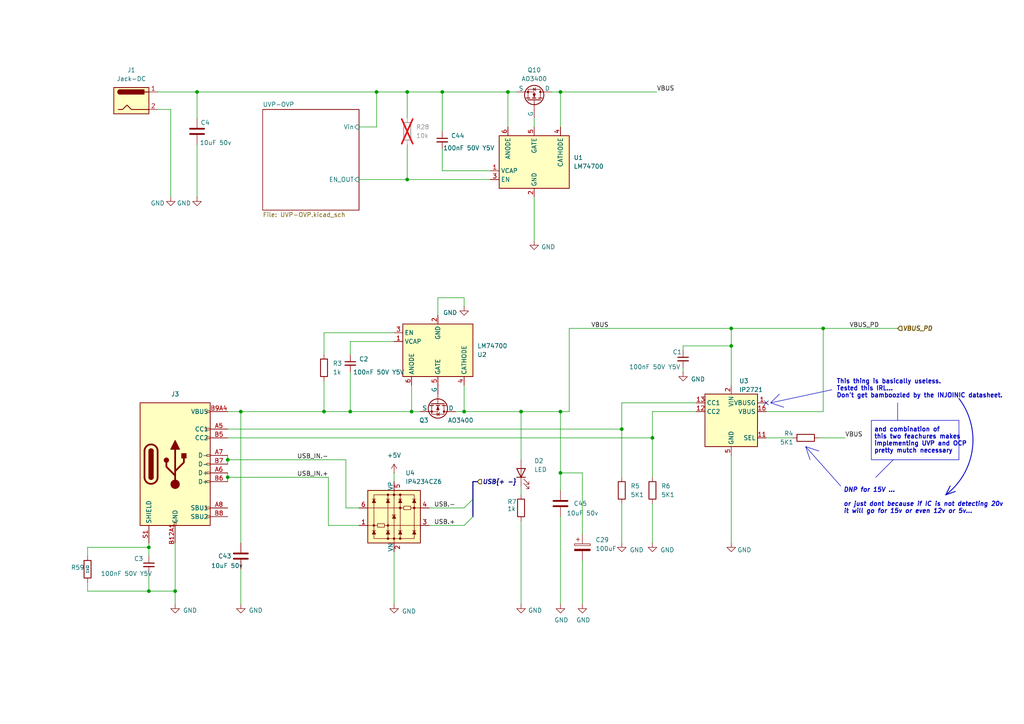
<source format=kicad_sch>
(kicad_sch (version 20231120) (generator "eeschema") (generator_version "8.0")
  (paper "A4")
  (title_block (title "USB") (date "2025-02-04") (rev "A") (company "Artem Horiunov") (comment 1 "DESIGNED IN POLAND"))
  (lib_symbols
    (symbol "Connector:Jack-DC" (pin_names (offset 1.016))
      (property "Reference" "J" (at 0 5.334 0))
      (property "Value" "Jack-DC" (at 0 -5.08 0))
      (symbol "Jack-DC_0_1"
        (rectangle (start -5.08 3.81) (end 5.08 -3.81) (stroke (width 0.254)) (fill (type background)))
        (arc (start -3.302 3.175) (mid -3.9343 2.54) (end -3.302 1.905) (stroke (width 0.254)))
        (arc (start -3.302 3.175) (mid -3.9343 2.54) (end -3.302 1.905) (stroke (width 0.254)) (fill (type outline)))
        (polyline (pts (xy 5.08 2.54) (xy 3.81 2.54)) (stroke (width 0.254)))
        (polyline (pts (xy -3.81 -2.54) (xy -2.54 -2.54) (xy -1.27 -1.27) (xy 0 -2.54) (xy 2.54 -2.54) (xy 5.08 -2.54)) (stroke (width 0.254)))
        (rectangle (start 3.683 3.175) (end -3.302 1.905) (stroke (width 0.254)) (fill (type outline)))
      )
      (symbol "Jack-DC_1_1"
        (pin passive line (at 7.62 2.54 180) (length 2.54) (name "~") (number "1"))
        (pin passive line (at 7.62 -2.54 180) (length 2.54) (name "~") (number "2"))
      )
    )
    (symbol "Device:C" (pin_numbers hide) (pin_names (offset 0.254))
      (property "Reference" "C" (at 0.635 2.54 0))
      (property "Value" "C" (at 0.635 -2.54 0))
      (symbol "C_0_1"
        (polyline (pts (xy -2.032 -0.762) (xy 2.032 -0.762)) (stroke (width 0.508)))
        (polyline (pts (xy -2.032 0.762) (xy 2.032 0.762)) (stroke (width 0.508)))
      )
      (symbol "C_1_1"
        (pin passive line (at 0 3.81 270) (length 2.794) (name "~") (number "1"))
        (pin passive line (at 0 -3.81 90) (length 2.794) (name "~") (number "2"))
      )
    )
    (symbol "Device:C_Polarized" (pin_numbers hide) (pin_names (offset 0.254))
      (property "Reference" "C" (at 0.635 2.54 0))
      (property "Value" "C_Polarized" (at 0.635 -2.54 0))
      (symbol "C_Polarized_0_1"
        (rectangle (start -2.286 0.508) (end 2.286 1.016))
        (polyline (pts (xy -1.778 2.286) (xy -0.762 2.286)))
        (polyline (pts (xy -1.27 2.794) (xy -1.27 1.778)))
        (rectangle (start 2.286 -0.508) (end -2.286 -1.016) (fill (type outline)))
      )
      (symbol "C_Polarized_1_1"
        (pin passive line (at 0 3.81 270) (length 2.794) (name "~") (number "1"))
        (pin passive line (at 0 -3.81 90) (length 2.794) (name "~") (number "2"))
      )
    )
    (symbol "Device:C_Small" (pin_numbers hide) (pin_names (offset 0.254) hide)
      (property "Reference" "C" (at 0.254 1.778 0))
      (property "Value" "C_Small" (at 0.254 -2.032 0))
      (symbol "C_Small_0_1"
        (polyline (pts (xy -1.524 -0.508) (xy 1.524 -0.508)) (stroke (width 0.3302)))
        (polyline (pts (xy -1.524 0.508) (xy 1.524 0.508)) (stroke (width 0.3048)))
      )
      (symbol "C_Small_1_1"
        (pin passive line (at 0 2.54 270) (length 2.032) (name "~") (number "1"))
        (pin passive line (at 0 -2.54 90) (length 2.032) (name "~") (number "2"))
      )
    )
    (symbol "Device:LED" (pin_numbers hide) (pin_names (offset 1.016) hide)
      (property "Reference" "D" (at 0 2.54 0))
      (property "Value" "LED" (at 0 -2.54 0))
      (symbol "LED_0_1"
        (polyline (pts (xy -1.27 -1.27) (xy -1.27 1.27)) (stroke (width 0.254)))
        (polyline (pts (xy -1.27 0) (xy 1.27 0)))
        (polyline (pts (xy 1.27 -1.27) (xy 1.27 1.27) (xy -1.27 0) (xy 1.27 -1.27)) (stroke (width 0.254)))
        (polyline (pts (xy -3.048 -0.762) (xy -4.572 -2.286) (xy -3.81 -2.286) (xy -4.572 -2.286) (xy -4.572 -1.524)))
        (polyline (pts (xy -1.778 -0.762) (xy -3.302 -2.286) (xy -2.54 -2.286) (xy -3.302 -2.286) (xy -3.302 -1.524)))
      )
      (symbol "LED_1_1"
        (pin passive line (at -3.81 0 0) (length 2.54) (name "K") (number "1"))
        (pin passive line (at 3.81 0 180) (length 2.54) (name "A") (number "2"))
      )
    )
    (symbol "Device:R" (pin_numbers hide) (pin_names (offset 0))
      (property "Reference" "R" (at 2.032 0 90))
      (property "Value" "R" (at 0 0 90))
      (symbol "R_0_1"
        (rectangle (start -1.016 -2.54) (end 1.016 2.54) (stroke (width 0.254)))
      )
      (symbol "R_1_1"
        (pin passive line (at 0 3.81 270) (length 1.27) (name "~") (number "1"))
        (pin passive line (at 0 -3.81 90) (length 1.27) (name "~") (number "2"))
      )
    )
    (symbol "Interface_USB:IP2721"
      (property "Reference" "U" (at 5.08 -10.16 0))
      (property "Value" "IP2721" (at 7.62 -12.7 0))
      (symbol "IP2721_0_1"
        (rectangle (start -7.62 7.62) (end 7.62 -7.62) (stroke (width 0.254)) (fill (type background)))
      )
      (symbol "IP2721_1_1"
        (pin output line (at 10.16 5.08 180) (length 2.54) (name "VBUSG") (number "1"))
        (pin no_connect line (at -2.54 -7.62 90) (length 2.54) hide (name "NC") (number "10"))
        (pin input line (at 10.16 -5.08 180) (length 2.54) (name "SEL") (number "11"))
        (pin bidirectional line (at -10.16 2.54 0) (length 2.54) (name "CC2") (number "12"))
        (pin bidirectional line (at -10.16 5.08 0) (length 2.54) (name "CC1") (number "13"))
        (pin no_connect line (at 2.54 -7.62 90) (length 2.54) hide (name "NC") (number "14"))
        (pin no_connect line (at 5.08 -7.62 90) (length 2.54) hide (name "NC") (number "15"))
        (pin input line (at 10.16 2.54 180) (length 2.54) (name "VBUS") (number "16"))
        (pin power_in line (at 0 10.16 270) (length 2.54) (name "VIN") (number "2"))
        (pin no_connect line (at -5.08 7.62 270) (length 2.54) hide (name "NC") (number "3"))
        (pin no_connect line (at -7.62 -2.54 0) (length 2.54) hide (name "NC") (number "4"))
        (pin power_in line (at 0 -10.16 90) (length 2.54) (name "GND") (number "5"))
        (pin no_connect line (at -2.54 7.62 270) (length 2.54) hide (name "NC") (number "6"))
        (pin no_connect line (at 2.54 7.62 270) (length 2.54) hide (name "NC") (number "7"))
        (pin no_connect line (at 5.08 7.62 270) (length 2.54) hide (name "NC") (number "8"))
        (pin no_connect line (at -5.08 -7.62 90) (length 2.54) hide (name "NC") (number "9"))
      )
    )
    (symbol "PCM_JLCPCB-Extended:Connector, USB-TYPE-C-16P"
      (property "Reference" "J" (at 2.54 2.54 0))
      (symbol "Connector, USB-TYPE-C-16P_0_0"
        (rectangle (start -0.254 -17.78) (end 0.254 -16.764))
        (rectangle (start 10.16 -14.986) (end 9.144 -15.494))
        (rectangle (start 10.16 -12.446) (end 9.144 -12.954))
        (rectangle (start 10.16 -4.826) (end 9.144 -5.334))
        (rectangle (start 10.16 -2.286) (end 9.144 -2.794))
        (rectangle (start 10.16 0.254) (end 9.144 -0.254))
        (rectangle (start 10.16 2.794) (end 9.144 2.286))
        (rectangle (start 10.16 7.874) (end 9.144 7.366))
        (rectangle (start 10.16 10.414) (end 9.144 9.906))
        (rectangle (start 10.16 15.494) (end 9.144 14.986))
      )
      (symbol "Connector, USB-TYPE-C-16P_0_1"
        (rectangle (start -10.16 17.78) (end 10.16 -17.78) (stroke (width 0.254)) (fill (type background)))
        (arc (start -8.89 -3.81) (mid -6.985 -5.7067) (end -5.08 -3.81) (stroke (width 0.508)))
        (arc (start -7.62 -3.81) (mid -6.985 -4.4423) (end -6.35 -3.81) (stroke (width 0.254)))
        (arc (start -7.62 -3.81) (mid -6.985 -4.4423) (end -6.35 -3.81) (stroke (width 0.254)) (fill (type outline)))
        (rectangle (start -7.62 -3.81) (end -6.35 3.81) (stroke (width 0.254)) (fill (type outline)))
        (arc (start -6.35 3.81) (mid -6.985 4.4423) (end -7.62 3.81) (stroke (width 0.254)))
        (arc (start -6.35 3.81) (mid -6.985 4.4423) (end -7.62 3.81) (stroke (width 0.254)) (fill (type outline)))
        (arc (start -5.08 3.81) (mid -6.985 5.7067) (end -8.89 3.81) (stroke (width 0.508)))
        (circle (center -2.54 1.143) (radius 0.635) (stroke (width 0.254)) (fill (type outline)))
        (circle (center 0 -5.842) (radius 1.27) (fill (type outline)))
        (polyline (pts (xy -8.89 -3.81) (xy -8.89 3.81)) (stroke (width 0.508)))
        (polyline (pts (xy -5.08 3.81) (xy -5.08 -3.81)) (stroke (width 0.508)))
        (polyline (pts (xy 0 -5.842) (xy 0 4.318)) (stroke (width 0.508)))
        (polyline (pts (xy 0 -3.302) (xy -2.54 -0.762) (xy -2.54 0.508)) (stroke (width 0.508)))
        (polyline (pts (xy 0 -2.032) (xy 2.54 0.508) (xy 2.54 1.778)) (stroke (width 0.508)))
        (polyline (pts (xy -1.27 4.318) (xy 0 6.858) (xy 1.27 4.318) (xy -1.27 4.318)) (stroke (width 0.254)) (fill (type outline)))
        (rectangle (start 1.905 1.778) (end 3.175 3.048) (stroke (width 0.254)) (fill (type outline)))
      )
      (symbol "Connector, USB-TYPE-C-16P_1_1"
        (pin passive line (at 0 -22.86 90) (length 5.08) hide (name "GND") (number "A12B1"))
        (pin bidirectional line (at 15.24 10.16 180) (length 5.08) (name "CC1") (number "A5"))
        (pin bidirectional line (at 15.24 -2.54 180) (length 5.08) (name "D+") (number "A6"))
        (pin bidirectional line (at 15.24 2.54 180) (length 5.08) (name "D-") (number "A7"))
        (pin bidirectional line (at 15.24 -12.7 180) (length 5.08) (name "SBU1") (number "A8"))
        (pin passive line (at 15.24 15.24 180) (length 5.08) hide (name "VBUS") (number "A9B4"))
        (pin passive line (at 0 -22.86 90) (length 5.08) (name "GND") (number "B12A1"))
        (pin bidirectional line (at 15.24 7.62 180) (length 5.08) (name "CC2") (number "B5"))
        (pin bidirectional line (at 15.24 -5.08 180) (length 5.08) (name "D+") (number "B6"))
        (pin bidirectional line (at 15.24 0 180) (length 5.08) (name "D-") (number "B7"))
        (pin bidirectional line (at 15.24 -15.24 180) (length 5.08) (name "SBU2") (number "B8"))
        (pin passive line (at 15.24 15.24 180) (length 5.08) (name "VBUS") (number "B9A4"))
        (pin passive line (at -7.62 -22.86 90) (length 5.08) (name "SHIELD") (number "S1"))
      )
    )
    (symbol "PCM_JLCPCB-Resistors:0402,1kΩ" (pin_numbers hide) (pin_names (offset 0))
      (property "Reference" "R" (at 1.778 0 0))
      (property "Value" "1kΩ" (at 0 0 90))
      (symbol "0402,1kΩ_0_1"
        (rectangle (start -1.016 2.54) (end 1.016 -2.54) (stroke (width 0.254)))
      )
      (symbol "0402,1kΩ_1_1"
        (pin passive line (at 0 3.81 270) (length 1.27) (name "~") (number "1"))
        (pin passive line (at 0 -3.81 90) (length 1.27) (name "~") (number "2"))
      )
    )
    (symbol "Power_Management:LM74700"
      (property "Reference" "U" (at -9.525 -8.89 0))
      (property "Value" "LM74700" (at 7.62 -8.89 0))
      (symbol "LM74700_0_1"
        (rectangle (start -10.16 7.62) (end 10.16 -7.62) (stroke (width 0.254)) (fill (type background)))
      )
      (symbol "LM74700_1_1"
        (pin passive line (at -12.7 -2.54 0) (length 2.54) (name "VCAP") (number "1"))
        (pin power_in line (at 0 -10.16 90) (length 2.54) (name "GND") (number "2"))
        (pin input line (at -12.7 -5.08 0) (length 2.54) (name "EN") (number "3"))
        (pin input line (at 7.62 10.16 270) (length 2.54) (name "CATHODE") (number "4"))
        (pin output line (at 0 10.16 270) (length 2.54) (name "GATE") (number "5"))
        (pin power_in line (at -7.62 10.16 270) (length 2.54) (name "ANODE") (number "6"))
      )
    )
    (symbol "Power_Protection:IP4234CZ6" (pin_names (offset 0))
      (property "Reference" "U" (at -6.35 8.89 0))
      (property "Value" "IP4234CZ6" (at 2.794 8.89 0))
      (symbol "IP4234CZ6_0_0"
        (rectangle (start -5.842 6.35) (end 5.842 -6.35))
        (polyline (pts (xy -1.778 -6.35) (xy -1.778 6.35)))
        (polyline (pts (xy 1.778 6.35) (xy 1.778 -6.35)))
      )
      (symbol "IP4234CZ6_0_1"
        (rectangle (start -7.62 7.62) (end 7.62 -7.62) (stroke (width 0.254)) (fill (type background)))
        (circle (center -5.842 -2.54) (radius 0.2794) (fill (type outline)))
        (circle (center -1.778 -6.35) (radius 0.2794) (fill (type outline)))
        (circle (center -1.778 -2.54) (radius 0.2794) (fill (type outline)))
        (circle (center -1.778 6.35) (radius 0.2794) (fill (type outline)))
        (circle (center 0 -6.35) (radius 0.2794) (fill (type outline)))
        (polyline (pts (xy -7.62 -2.54) (xy -4.826 -2.54)))
        (polyline (pts (xy -7.62 2.54) (xy 2.794 2.54)))
        (polyline (pts (xy -5.334 -4.064) (xy -6.35 -4.064)))
        (polyline (pts (xy -5.334 5.08) (xy -6.35 5.08)))
        (polyline (pts (xy -1.27 -4.064) (xy -2.286 -4.064)))
        (polyline (pts (xy -1.27 5.08) (xy -2.286 5.08)))
        (polyline (pts (xy -0.508 0.508) (xy -0.508 0.254)))
        (polyline (pts (xy 0 7.62) (xy 0 -7.62)))
        (polyline (pts (xy 0.508 0.508) (xy -0.508 0.508)))
        (polyline (pts (xy 2.286 -4.064) (xy 1.27 -4.064)))
        (polyline (pts (xy 2.286 5.08) (xy 1.27 5.08)))
        (polyline (pts (xy 6.35 -4.064) (xy 5.334 -4.064)))
        (polyline (pts (xy 6.35 5.08) (xy 5.334 5.08)))
        (polyline (pts (xy 7.62 -2.54) (xy -2.794 -2.54)))
        (polyline (pts (xy 7.62 2.54) (xy 4.826 2.54)))
        (circle (center 0 6.35) (radius 0.2794) (fill (type outline)))
        (circle (center 1.778 -6.35) (radius 0.2794) (fill (type outline)))
        (circle (center 1.778 2.54) (radius 0.2794) (fill (type outline)))
        (circle (center 1.778 6.35) (radius 0.2794) (fill (type outline)))
        (circle (center 5.842 2.54) (radius 0.2794) (fill (type outline)))
      )
      (symbol "IP4234CZ6_1_1"
        (rectangle (start -4.826 -2.032) (end -2.794 -3.048))
        (polyline (pts (xy -5.334 -5.08) (xy -6.35 -5.08) (xy -5.842 -4.064) (xy -5.334 -5.08)) (fill (type outline)))
        (polyline (pts (xy -5.334 4.064) (xy -6.35 4.064) (xy -5.842 5.08) (xy -5.334 4.064)) (fill (type outline)))
        (polyline (pts (xy -1.27 -5.08) (xy -2.286 -5.08) (xy -1.778 -4.064) (xy -1.27 -5.08)) (fill (type outline)))
        (polyline (pts (xy -1.27 4.064) (xy -2.286 4.064) (xy -1.778 5.08) (xy -1.27 4.064)) (fill (type outline)))
        (polyline (pts (xy 0.508 -0.508) (xy -0.508 -0.508) (xy 0 0.508) (xy 0.508 -0.508)) (fill (type outline)))
        (polyline (pts (xy 2.286 -5.08) (xy 1.27 -5.08) (xy 1.778 -4.064) (xy 2.286 -5.08)) (fill (type outline)))
        (polyline (pts (xy 2.286 4.064) (xy 1.27 4.064) (xy 1.778 5.08) (xy 2.286 4.064)) (fill (type outline)))
        (polyline (pts (xy 6.35 -5.08) (xy 5.334 -5.08) (xy 5.842 -4.064) (xy 6.35 -5.08)) (fill (type outline)))
        (polyline (pts (xy 6.35 4.064) (xy 5.334 4.064) (xy 5.842 5.08) (xy 6.35 4.064)) (fill (type outline)))
        (rectangle (start 2.794 3.048) (end 4.826 2.032))
        (pin passive line (at -10.16 -2.54 0) (length 2.54) (name "") (number "1"))
        (pin passive line (at 0 -10.16 90) (length 2.54) (name "VN") (number "2"))
        (pin passive line (at 10.16 -2.54 180) (length 2.54) (name "") (number "3"))
        (pin passive line (at 10.16 2.54 180) (length 2.54) (name "") (number "4"))
        (pin passive line (at 0 10.16 270) (length 2.54) (name "VP") (number "5"))
        (pin passive line (at -10.16 2.54 0) (length 2.54) (name "") (number "6"))
      )
    )
    (symbol "Simulation_SPICE:NMOS" (pin_numbers hide) (pin_names (offset 0))
      (property "Reference" "Q1" (at 8.89 0 90))
      (property "Value" "AO3400" (at 6.35 0 90))
      (symbol "NMOS_0_1"
        (polyline (pts (xy 0.254 0) (xy -2.54 0)))
        (polyline (pts (xy 0.254 1.905) (xy 0.254 -1.905)) (stroke (width 0.254)))
        (polyline (pts (xy 0.762 -1.27) (xy 0.762 -2.286)) (stroke (width 0.254)))
        (polyline (pts (xy 0.762 0.508) (xy 0.762 -0.508)) (stroke (width 0.254)))
        (polyline (pts (xy 0.762 2.286) (xy 0.762 1.27)) (stroke (width 0.254)))
        (polyline (pts (xy 2.54 2.54) (xy 2.54 1.778)))
        (polyline (pts (xy 2.54 -2.54) (xy 2.54 0) (xy 0.762 0)))
        (polyline (pts (xy 0.762 -1.778) (xy 3.302 -1.778) (xy 3.302 1.778) (xy 0.762 1.778)))
        (polyline (pts (xy 1.016 0) (xy 2.032 0.381) (xy 2.032 -0.381) (xy 1.016 0)) (fill (type outline)))
        (polyline (pts (xy 2.794 0.508) (xy 2.921 0.381) (xy 3.683 0.381) (xy 3.81 0.254)))
        (polyline (pts (xy 3.302 0.381) (xy 2.921 -0.254) (xy 3.683 -0.254) (xy 3.302 0.381)))
        (circle (center 1.651 0) (radius 2.794) (stroke (width 0.254)))
        (circle (center 2.54 -1.778) (radius 0.254) (fill (type outline)))
        (circle (center 2.54 1.778) (radius 0.254) (fill (type outline)))
      )
      (symbol "NMOS_1_1"
        (pin input line (at -5.08 0 0) (length 2.54) (name "G") (number "1"))
        (pin passive line (at 2.54 5.08 270) (length 2.54) (name "D") (number "2"))
        (pin passive line (at 2.54 -5.08 90) (length 2.54) (name "S") (number "3"))
      )
    )
    (symbol "power:+5V" (power) (pin_numbers hide) (pin_names (offset 0) hide)
      (property "Value" "+5V" (at 0 3.556 0))
      (symbol "+5V_0_1"
        (polyline (pts (xy -0.762 1.27) (xy 0 2.54)))
        (polyline (pts (xy 0 0) (xy 0 2.54)))
        (polyline (pts (xy 0 2.54) (xy 0.762 1.27)))
      )
      (symbol "+5V_1_1"
        (pin power_in line (at 0 0 90) (length 0) (name "~") (number "1"))
      )
    )
    (symbol "power:GND" (power) (pin_numbers hide) (pin_names (offset 0) hide)
      (property "Value" "GND" (at 0 -3.81 0))
      (symbol "GND_0_1"
        (polyline (pts (xy 0 0) (xy 0 -1.27) (xy 1.27 -1.27) (xy 0 -2.54) (xy -1.27 -1.27) (xy 0 -1.27)))
      )
      (symbol "GND_1_1"
        (pin power_in line (at 0 0 270) (length 0) (name "~") (number "1"))
      )
    )
  )
  (junction (at 50.8 171.45))
  (junction (at 57.15 26.67))
  (junction (at 93.98 119.38))
  (junction (at 189.23 127))
  (junction (at 128.27 26.67))
  (junction (at 180.34 124.46))
  (junction (at 162.56 137.16))
  (junction (at 118.11 52.07))
  (junction (at 43.18 158.75))
  (junction (at 162.56 26.67))
  (junction (at 212.09 100.33))
  (junction (at 147.32 26.67))
  (junction (at 66.04 138.43))
  (junction (at 101.6 119.38))
  (junction (at 238.76 95.25))
  (junction (at 134.62 119.38))
  (junction (at 66.04 133.35))
  (junction (at 109.22 26.67))
  (junction (at 69.85 119.38))
  (junction (at 119.38 119.38))
  (junction (at 162.56 119.38))
  (junction (at 212.09 95.25))
  (junction (at 118.11 26.67))
  (junction (at 151.13 119.38))
  (junction (at 43.18 171.45))
  (no_connect (at 222.25 116.84))
  (bus_entry (at 134.62 152.4) (size 2.54 -2.54))
  (bus_entry (at 134.62 147.32) (size 2.54 -2.54))
  (wire (pts (xy 43.18 158.75) (xy 43.18 161.29)))
  (wire (pts (xy 114.3 99.06) (xy 101.6 99.06)))
  (wire (pts (xy 162.56 137.16) (xy 162.56 142.24)))
  (wire (pts (xy 93.98 110.49) (xy 93.98 119.38)))
  (polyline (pts (xy 233.68 129.54) (xy 243.84 140.97)))
  (wire (pts (xy 134.62 119.38) (xy 134.62 111.76)))
  (bus (pts (xy 138.43 139.7) (xy 137.16 139.7)))
  (wire (pts (xy 142.24 49.53) (xy 128.27 49.53)))
  (wire (pts (xy 154.94 34.29) (xy 154.94 36.83)))
  (wire (pts (xy 66.04 137.16) (xy 66.04 138.43)))
  (wire (pts (xy 147.32 26.67) (xy 149.86 26.67)))
  (wire (pts (xy 212.09 100.33) (xy 198.12 100.33)))
  (wire (pts (xy 162.56 26.67) (xy 190.5 26.67)))
  (wire (pts (xy 160.02 26.67) (xy 162.56 26.67)))
  (wire (pts (xy 124.46 152.4) (xy 134.62 152.4)))
  (wire (pts (xy 154.94 57.15) (xy 154.94 69.85)))
  (wire (pts (xy 189.23 127) (xy 189.23 138.43)))
  (wire (pts (xy 212.09 95.25) (xy 238.76 95.25)))
  (wire (pts (xy 66.04 138.43) (xy 66.04 139.7)))
  (wire (pts (xy 101.6 99.06) (xy 101.6 102.87)))
  (wire (pts (xy 180.34 138.43) (xy 180.34 124.46)))
  (wire (pts (xy 49.53 31.75) (xy 45.72 31.75)))
  (wire (pts (xy 151.13 140.97) (xy 151.13 143.51)))
  (wire (pts (xy 104.14 36.83) (xy 109.22 36.83)))
  (wire (pts (xy 151.13 119.38) (xy 162.56 119.38)))
  (wire (pts (xy 128.27 49.53) (xy 128.27 43.18)))
  (wire (pts (xy 212.09 132.08) (xy 212.09 157.48)))
  (wire (pts (xy 66.04 133.35) (xy 100.33 133.35)))
  (wire (pts (xy 49.53 31.75) (xy 49.53 57.15)))
  (wire (pts (xy 109.22 36.83) (xy 109.22 26.67)))
  (wire (pts (xy 93.98 119.38) (xy 101.6 119.38)))
  (wire (pts (xy 66.04 127) (xy 189.23 127)))
  (wire (pts (xy 119.38 119.38) (xy 119.38 111.76)))
  (wire (pts (xy 132.08 119.38) (xy 134.62 119.38)))
  (wire (pts (xy 100.33 147.32) (xy 100.33 133.35)))
  (polyline (pts (xy 223.52 116.84) (xy 241.3 113.03)))
  (wire (pts (xy 25.4 168.91) (xy 25.4 171.45)))
  (polyline (pts (xy 274.32 143.51) (xy 275.59 140.97)) (stroke (width 0.254)))
  (wire (pts (xy 114.3 160.02) (xy 114.3 175.26)))
  (polyline (pts (xy 254 138.43) (xy 259.08 133.35)))
  (wire (pts (xy 93.98 96.52) (xy 93.98 102.87)))
  (polyline (pts (xy 233.68 129.54) (xy 237.49 130.81)))
  (wire (pts (xy 128.27 26.67) (xy 147.32 26.67)))
  (wire (pts (xy 114.3 137.16) (xy 114.3 139.7)))
  (wire (pts (xy 104.14 147.32) (xy 100.33 147.32)))
  (wire (pts (xy 165.1 95.25) (xy 212.09 95.25)))
  (wire (pts (xy 147.32 26.67) (xy 147.32 36.83)))
  (polyline (pts (xy 233.68 129.54) (xy 234.95 133.35)))
  (wire (pts (xy 95.25 152.4) (xy 95.25 138.43)))
  (wire (pts (xy 189.23 119.38) (xy 201.93 119.38)))
  (wire (pts (xy 134.62 86.36) (xy 127 86.36)))
  (wire (pts (xy 66.04 124.46) (xy 180.34 124.46)))
  (wire (pts (xy 162.56 26.67) (xy 162.56 36.83)))
  (wire (pts (xy 57.15 41.91) (xy 57.15 57.15)))
  (wire (pts (xy 69.85 165.1) (xy 69.85 175.26)))
  (wire (pts (xy 198.12 106.68) (xy 198.12 107.95)))
  (wire (pts (xy 43.18 166.37) (xy 43.18 171.45)))
  (wire (pts (xy 237.49 127) (xy 245.11 127)))
  (wire (pts (xy 238.76 95.25) (xy 260.35 95.25)))
  (bus (pts (xy 137.16 144.78) (xy 137.16 139.7)))
  (wire (pts (xy 66.04 132.08) (xy 66.04 133.35)))
  (wire (pts (xy 168.91 137.16) (xy 162.56 137.16)))
  (wire (pts (xy 66.04 138.43) (xy 95.25 138.43)))
  (wire (pts (xy 25.4 171.45) (xy 43.18 171.45)))
  (wire (pts (xy 222.25 119.38) (xy 238.76 119.38)))
  (wire (pts (xy 25.4 161.29) (xy 25.4 158.75)))
  (wire (pts (xy 212.09 95.25) (xy 212.09 100.33)))
  (wire (pts (xy 127 86.36) (xy 127 91.44)))
  (wire (pts (xy 101.6 119.38) (xy 101.6 107.95)))
  (bus (pts (xy 137.16 149.86) (xy 137.16 144.78)))
  (wire (pts (xy 109.22 26.67) (xy 118.11 26.67)))
  (wire (pts (xy 50.8 157.48) (xy 50.8 171.45)))
  (wire (pts (xy 189.23 146.05) (xy 189.23 157.48)))
  (wire (pts (xy 101.6 119.38) (xy 119.38 119.38)))
  (wire (pts (xy 151.13 119.38) (xy 151.13 133.35)))
  (wire (pts (xy 162.56 149.86) (xy 162.56 175.26)))
  (wire (pts (xy 212.09 100.33) (xy 212.09 111.76)))
  (wire (pts (xy 104.14 52.07) (xy 118.11 52.07)))
  (polyline (pts (xy 260.35 116.84) (xy 260.35 121.92)))
  (wire (pts (xy 238.76 95.25) (xy 238.76 119.38)))
  (wire (pts (xy 43.18 171.45) (xy 50.8 171.45)))
  (polyline (pts (xy 274.32 143.51) (xy 277.0768 142.5458)) (stroke (width 0.254)))
  (wire (pts (xy 66.04 133.35) (xy 66.04 134.62)))
  (wire (pts (xy 134.62 119.38) (xy 151.13 119.38)))
  (wire (pts (xy 118.11 52.07) (xy 142.24 52.07)))
  (wire (pts (xy 162.56 119.38) (xy 162.56 137.16)))
  (wire (pts (xy 134.62 88.9) (xy 134.62 86.36)))
  (wire (pts (xy 43.18 158.75) (xy 43.18 157.48)))
  (wire (pts (xy 198.12 100.33) (xy 198.12 101.6)))
  (wire (pts (xy 45.72 26.67) (xy 57.15 26.67)))
  (wire (pts (xy 165.1 95.25) (xy 165.1 119.38)))
  (wire (pts (xy 57.15 26.67) (xy 57.15 34.29)))
  (wire (pts (xy 168.91 162.56) (xy 168.91 175.26)))
  (wire (pts (xy 118.11 26.67) (xy 118.11 34.29)))
  (wire (pts (xy 118.11 26.67) (xy 128.27 26.67)))
  (wire (pts (xy 114.3 96.52) (xy 93.98 96.52)))
  (wire (pts (xy 119.38 119.38) (xy 121.92 119.38)))
  (wire (pts (xy 69.85 119.38) (xy 93.98 119.38)))
  (wire (pts (xy 168.91 154.94) (xy 168.91 137.16)))
  (polyline (pts (xy 223.52 116.84) (xy 226.06 114.3)))
  (wire (pts (xy 57.15 26.67) (xy 109.22 26.67)))
  (wire (pts (xy 222.25 127) (xy 229.87 127)))
  (wire (pts (xy 66.04 119.38) (xy 69.85 119.38)))
  (wire (pts (xy 118.11 41.91) (xy 118.11 52.07)))
  (wire (pts (xy 50.8 171.45) (xy 50.8 175.26)))
  (wire (pts (xy 151.13 175.26) (xy 151.13 151.13)))
  (wire (pts (xy 162.56 119.38) (xy 165.1 119.38)))
  (wire (pts (xy 25.4 158.75) (xy 43.18 158.75)))
  (wire (pts (xy 124.46 147.32) (xy 134.62 147.32)))
  (polyline (pts (xy 223.52 116.84) (xy 227.33 118.11)))
  (wire (pts (xy 180.34 116.84) (xy 201.93 116.84)))
  (wire (pts (xy 180.34 146.05) (xy 180.34 157.48)))
  (wire (pts (xy 128.27 26.67) (xy 128.27 38.1)))
  (wire (pts (xy 104.14 152.4) (xy 95.25 152.4)))
  (wire (pts (xy 69.85 157.48) (xy 69.85 119.38)))
  (wire (pts (xy 189.23 119.38) (xy 189.23 127)))
  (wire (pts (xy 180.34 124.46) (xy 180.34 116.84)))
  (arc (start 278.13 115.57) (mid 282.0116 130.3291) (end 274.32 143.51) (stroke (width 0.254)))
  (rectangle (start 252.73 121.92) (end 278.13 133.35))
  (text "and combination of\nthis two feachures makes \nimplementing UVP and OCP\npretty mutch necessary" (at 253.492 127.762 0) (effects (font (size 1.27 1.27) (thickness 0.254) (bold yes)) (justify left)))
  (text "DNP for 15V ...\n\nor just dont because if IC is not detecting 20v\nit will go for 15v or even 12v or 5v..." (at 244.602 145.288 0) (effects (font (size 1.27 1.27) (bold yes) (italic yes)) (justify left)))
  (text "This thing is basically useless.\nTested this IRL...\nDon't get bamboozled by the INJOINIC datasheet." (at 242.57 112.776 0) (effects (font (size 1.27 1.27) (thickness 0.254) (bold yes)) (justify left)))
  (label "VBUS" (at 190.5 26.67 0))
  (label "USB.+" (at 132.08 152.4 180))
  (label "USB.-" (at 132.08 147.32 180))
  (label "VBUS" (at 245.11 127 0))
  (label "VBUS_PD" (at 246.38 95.25 0))
  (label "USB_IN.+" (at 95.25 138.43 180))
  (label "VBUS" (at 171.45 95.25 0))
  (label "USB_IN.-" (at 95.25 133.35 180))
  (hierarchical_label "VBUS_PD" (shape input) (at 260.35 95.25 0) (effects (font (bold yes) (italic yes))))
  (hierarchical_label "USB{+ -}" (shape input) (at 138.43 139.7 0) (effects (font (thickness 0.254) (bold yes) (italic yes))))
  (symbol (lib_id "power:GND") (at 212.09 157.48 0) (unit 1)
    (property "Reference" "#PWR012" (effects (hide yes)))
    (property "Value" "GND" (at 215.9 159.512 0))
    (property "Description" "Power symbol creates a global label with name \"GND\" , ground" (effects (hide yes)))
  )
  (symbol (lib_id "Device:LED") (at 151.13 137.16 90) (unit 1)
    (property "Reference" "D2" (at 154.94 133.6675 90) (effects (justify right)))
    (property "Value" "LED" (at 154.94 136.2075 90) (effects (justify right)))
    (property "Footprint" "Diode_SMD:D_0603_1608Metric" (effects (hide yes)))
    (property "Description" "Light emitting diode" (effects (hide yes)))
  )
  (symbol (lib_id "power:GND") (at 162.56 175.26 0) (unit 1)
    (property "Reference" "#PWR09" (effects (hide yes)))
    (property "Value" "GND" (at 162.814 179.832 0))
    (property "Description" "Power symbol creates a global label with name \"GND\" , ground" (effects (hide yes)))
  )
  (symbol (lib_id "Interface_USB:IP2721") (at 212.09 121.92 0) (unit 1)
    (property "Reference" "U3" (at 214.376 110.49 0) (effects (justify left)))
    (property "Value" "IP2721" (at 214.376 113.03 0) (effects (justify left)))
    (property "Footprint" "Package_SO:TSSOP-16_4.4x5mm_P0.65mm" (effects (hide yes)))
    (property "Datasheet" "https://datasheet.lcsc.com/lcsc/2006111335_INJOINIC-IP2721_C603176.pdf" (effects (hide yes)))
    (property "Description" "USB TYPEC  PD Controller Interface, TSSOP-16" (effects (hide yes)))
  )
  (symbol (lib_id "Device:C") (at 69.85 161.29 0) (unit 1)
    (property "Reference" "C43" (at 63.246 161.29 0) (effects (justify left)))
    (property "Value" "10uF 50v" (at 61.214 164.084 0) (effects (justify left)))
    (property "Footprint" "Capacitor_SMD:C_0805_2012Metric" (effects (hide yes)))
    (property "Description" "Unpolarized capacitor" (effects (hide yes)))
  )
  (symbol (lib_id "Device:R") (at 233.68 127 90) (unit 1)
    (property "Reference" "R4" (at 230.124 125.73 90) (effects (justify left)))
    (property "Value" "5K1" (at 230.124 128.27 90) (effects (justify left)))
    (property "Footprint" "Resistor_SMD:R_0402_1005Metric" (effects (hide yes)))
    (property "Description" "Resistor" (effects (hide yes)))
  )
  (symbol (lib_id "Device:R") (at 189.23 142.24 0) (unit 1)
    (property "Reference" "R6" (at 191.77 140.9699 0) (effects (justify left)))
    (property "Value" "5K1" (at 191.77 143.5099 0) (effects (justify left)))
    (property "Footprint" "Resistor_SMD:R_0402_1005Metric" (effects (hide yes)))
    (property "Description" "Resistor" (effects (hide yes)))
  )
  (symbol (lib_id "power:GND") (at 151.13 175.26 0) (unit 1)
    (property "Reference" "#PWR08" (effects (hide yes)))
    (property "Value" "GND" (at 155.194 177.038 0))
    (property "Description" "Power symbol creates a global label with name \"GND\" , ground" (effects (hide yes)))
  )
  (symbol (lib_id "Device:R") (at 118.11 38.1 0) (unit 1) (dnp yes)
    (property "Reference" "R28" (at 120.65 36.8299 0) (effects (justify left)))
    (property "Value" "10k" (at 120.65 39.3699 0) (effects (justify left)))
    (property "Footprint" "Resistor_SMD:R_0402_1005Metric" (effects (hide yes)))
    (property "Description" "Resistor" (effects (hide yes)))
  )
  (symbol (lib_id "Device:C") (at 57.15 38.1 0) (unit 1)
    (property "Reference" "C4" (at 58.166 35.56 0) (effects (justify left)))
    (property "Value" "10uF 50v" (at 57.912 41.402 0) (effects (justify left)))
    (property "Footprint" "Capacitor_SMD:C_0805_2012Metric" (effects (hide yes)))
    (property "Description" "Unpolarized capacitor" (effects (hide yes)))
  )
  (symbol (lib_id "power:GND") (at 49.53 57.15 0) (unit 1)
    (property "Reference" "#PWR01" (effects (hide yes)))
    (property "Value" "GND" (at 45.72 58.928 0))
    (property "Description" "Power symbol creates a global label with name \"GND\" , ground" (effects (hide yes)))
  )
  (symbol (lib_id "Connector:Jack-DC") (at 38.1 29.21 0) (unit 1)
    (property "Reference" "J1" (at 38.1 20.32 0))
    (property "Value" "Jack-DC" (at 38.1 22.86 0))
    (property "Footprint" "Connector_BarrelJack:BarrelJack_Kycon_KLDX-0202-xC_Horizontal" (effects (hide yes)))
    (property "Description" "DC Barrel Jack" (effects (hide yes)))
  )
  (symbol (lib_id "Device:C") (at 162.56 146.05 0) (unit 1)
    (property "Reference" "C45" (at 166.37 146.05 0) (effects (justify left)))
    (property "Value" "10uF 50v" (at 164.338 148.844 0) (effects (justify left)))
    (property "Footprint" "Capacitor_SMD:C_0805_2012Metric" (effects (hide yes)))
    (property "Description" "Unpolarized capacitor" (effects (hide yes)))
  )
  (symbol (lib_id "PCM_JLCPCB-Resistors:0402,1kΩ") (at 25.4 165.1 0) (unit 1)
    (property "Reference" "R59" (at 20.574 164.592 0) (effects (justify left)))
    (property "Value" "1kΩ" (at 25.4 165.1 90) (effects (font (size 0.8 0.8))))
    (property "Footprint" "PCM_JLCPCB:R_0402" (effects (hide yes)))
    (property "Datasheet" "https://www.lcsc.com/datasheet/lcsc_datasheet_2206010216_UNI-ROYAL-Uniroyal-Elec-0402WGF1001TCE_C11702.pdf" (effects (hide yes)))
    (property "Description" "62.5mW Thick Film Resistors 50V ±100ppm/°C ±1% 1kΩ 0402 Chip Resistor - Surface Mount ROHS" (effects (hide yes)))
    (property "LCSC" "C11702" (effects (hide yes)))
    (property "Stock" "10672962" (effects (hide yes)))
    (property "Price" "0.004USD" (effects (hide yes)))
    (property "Process" "SMT" (effects (hide yes)))
    (property "Minimum Qty" "20" (effects (hide yes)))
    (property "Attrition Qty" "10" (effects (hide yes)))
    (property "Class" "Basic Component" (effects (hide yes)))
    (property "Category" "Resistors,Chip Resistor - Surface Mount" (effects (hide yes)))
    (property "Manufacturer" "UNI-ROYAL(Uniroyal Elec)" (effects (hide yes)))
    (property "Part" "0402WGF1001TCE" (effects (hide yes)))
    (property "Resistance" "1kΩ" (effects (hide yes)))
    (property "Power(Watts)" "62.5mW" (effects (hide yes)))
    (property "Type" "Thick Film Resistors" (effects (hide yes)))
    (property "Overload Voltage (Max)" "50V" (effects (hide yes)))
    (property "Operating Temperature Range" "-55°C~+155°C" (effects (hide yes)))
    (property "Tolerance" "±1%" (effects (hide yes)))
    (property "Temperature Coefficient" "±100ppm/°C" (effects (hide yes)))
  )
  (symbol (lib_id "power:GND") (at 50.8 175.26 0) (unit 1)
    (property "Reference" "#PWR013" (effects (hide yes)))
    (property "Value" "GND" (at 55.118 177.038 0))
    (property "Description" "Power symbol creates a global label with name \"GND\" , ground" (effects (hide yes)))
  )
  (symbol (lib_id "power:GND") (at 189.23 157.48 0) (unit 1)
    (property "Reference" "#PWR011" (effects (hide yes)))
    (property "Value" "GND" (at 193.548 159.512 0))
    (property "Description" "Power symbol creates a global label with name \"GND\" , ground" (effects (hide yes)))
  )
  (symbol (lib_id "Simulation_SPICE:NMOS") (at 154.94 29.21 270) (mirror x) (unit 1)
    (property "Reference" "Q10" (at 154.94 20.32 90))
    (property "Value" "AO3400" (at 154.94 22.86 90))
    (property "Footprint" "Package_TO_SOT_SMD:SOT-23" (effects (hide yes)))
    (property "Datasheet" "https://ngspice.sourceforge.io/docs/ngspice-html-manual/manual.xhtml#cha_MOSFETs" (effects (hide yes)))
    (property "Description" "N-MOSFET transistor, drain/source/gate" (effects (hide yes)))
    (property "Sim.Device" "NMOS" (effects (hide yes)))
    (property "Sim.Type" "VDMOS" (effects (hide yes)))
    (property "Sim.Pins" "1=D 2=G 3=S" (effects (hide yes)))
  )
  (symbol (lib_id "Power_Management:LM74700") (at 154.94 46.99 0) (unit 1)
    (property "Reference" "U1" (at 166.37 45.72 0) (effects (justify left)))
    (property "Value" "LM74700" (at 166.37 48.26 0) (effects (justify left)))
    (property "Footprint" "Package_TO_SOT_SMD:SOT-23-6" (effects (hide yes)))
    (property "Datasheet" "http://www.ti.com/lit/gpn/LM74700-Q1" (effects (hide yes)))
    (property "Description" "Low Iq reverse battery protection ideal diode controller, SOT-23-6" (effects (hide yes)))
  )
  (symbol (lib_id "Device:R") (at 151.13 147.32 0) (unit 1)
    (property "Reference" "R7" (at 149.86 145.542 0) (effects (justify right)))
    (property "Value" "1k" (at 149.606 147.574 0) (effects (justify right)))
    (property "Footprint" "Resistor_SMD:R_0402_1005Metric" (effects (hide yes)))
    (property "Description" "Resistor" (effects (hide yes)))
  )
  (symbol (lib_id "power:GND") (at 168.91 175.26 0) (unit 1)
    (property "Reference" "#PWR069" (effects (hide yes)))
    (property "Value" "GND" (at 169.164 179.832 0))
    (property "Description" "Power symbol creates a global label with name \"GND\" , ground" (effects (hide yes)))
  )
  (symbol (lib_id "Device:C_Small") (at 43.18 163.83 0) (unit 1)
    (property "Reference" "C3" (at 38.862 162.052 0) (effects (justify left)))
    (property "Value" "100nF 50V Y5V" (at 29.21 166.37 0) (effects (justify left)))
    (property "Footprint" "Capacitor_SMD:C_0402_1005Metric" (effects (hide yes)))
    (property "Description" "Unpolarized capacitor, small symbol" (effects (hide yes)))
  )
  (symbol (lib_id "Device:C_Small") (at 101.6 105.41 0) (unit 1)
    (property "Reference" "C2" (at 104.14 104.1462 0) (effects (justify left)))
    (property "Value" "100nF 50V Y5V" (at 102.362 107.95 0) (effects (justify left)))
    (property "Footprint" "Capacitor_SMD:C_0402_1005Metric" (effects (hide yes)))
    (property "Description" "Unpolarized capacitor, small symbol" (effects (hide yes)))
  )
  (symbol (lib_id "power:+5V") (at 114.3 137.16 0) (unit 1)
    (property "Reference" "#PWR06" (effects (hide yes)))
    (property "Value" "+5V" (at 114.3 132.08 0))
    (property "Description" "Power symbol creates a global label with name \"+5V\"" (effects (hide yes)))
  )
  (symbol (lib_id "power:GND") (at 154.94 69.85 0) (unit 1)
    (property "Reference" "#PWR04" (effects (hide yes)))
    (property "Value" "GND" (at 159.004 71.628 0))
    (property "Description" "Power symbol creates a global label with name \"GND\" , ground" (effects (hide yes)))
  )
  (symbol (lib_id "power:GND") (at 180.34 157.48 0) (unit 1)
    (property "Reference" "#PWR010" (effects (hide yes)))
    (property "Value" "GND" (at 184.658 159.512 0))
    (property "Description" "Power symbol creates a global label with name \"GND\" , ground" (effects (hide yes)))
  )
  (symbol (lib_id "Device:C_Polarized") (at 168.91 158.75 0) (unit 1)
    (property "Reference" "C29" (at 172.72 156.591 0) (effects (justify left)))
    (property "Value" "100uF" (at 172.72 159.131 0) (effects (justify left)))
    (property "Footprint" "Capacitor_SMD:CP_Elec_6.3x5.4" (effects (hide yes)))
    (property "Description" "Polarized capacitor" (effects (hide yes)))
  )
  (symbol (lib_id "Simulation_SPICE:NMOS") (at 127 116.84 270) (unit 1)
    (property "Reference" "Q3" (at 122.936 121.92 90))
    (property "Value" "AO3400" (at 133.604 121.92 90))
    (property "Footprint" "Package_TO_SOT_SMD:SOT-23" (effects (hide yes)))
    (property "Datasheet" "https://ngspice.sourceforge.io/docs/ngspice-html-manual/manual.xhtml#cha_MOSFETs" (effects (hide yes)))
    (property "Description" "N-MOSFET transistor, drain/source/gate" (effects (hide yes)))
    (property "Sim.Device" "NMOS" (effects (hide yes)))
    (property "Sim.Type" "VDMOS" (effects (hide yes)))
    (property "Sim.Pins" "1=D 2=G 3=S" (effects (hide yes)))
  )
  (symbol (lib_id "PCM_JLCPCB-Extended:Connector, USB-TYPE-C-16P") (at 50.8 134.62 0) (unit 1)
    (property "Reference" "J3" (at 50.8 114.3 0))
    (property "Value" "Connector, USB-TYPE-C-16P" (effects (hide yes)))
    (property "Footprint" "PCM_JLCPCB:TYPE-C-SMD_HX-TYPE-C-16PIN" (effects (hide yes)))
    (property "Datasheet" "https://atta.szlcsc.com/upload/public/pdf/source/20220920/0EF8F885FCCEA71F60E9E85152155021.pdf" (effects (hide yes)))
    (property "Description" "3A 1 Horizontal attachment 16P Female -25℃~+85℃ Type-C SMD USB Connectors ROHS" (effects (hide yes)))
    (property "LCSC" "C2927039" (effects (hide yes)))
  )
  (symbol (lib_id "power:GND") (at 134.62 88.9 0) (mirror y) (unit 1)
    (property "Reference" "#PWR05" (effects (hide yes)))
    (property "Value" "GND" (at 130.556 90.678 0))
    (property "Description" "Power symbol creates a global label with name \"GND\" , ground" (effects (hide yes)))
  )
  (symbol (lib_id "Power_Management:LM74700") (at 127 101.6 0) (mirror x) (unit 1)
    (property "Reference" "U2" (at 138.43 102.87 0) (effects (justify left)))
    (property "Value" "LM74700" (at 138.43 100.33 0) (effects (justify left)))
    (property "Footprint" "Package_TO_SOT_SMD:SOT-23-6" (effects (hide yes)))
    (property "Datasheet" "http://www.ti.com/lit/gpn/LM74700-Q1" (effects (hide yes)))
    (property "Description" "Low Iq reverse battery protection ideal diode controller, SOT-23-6" (effects (hide yes)))
  )
  (symbol (lib_id "power:GND") (at 198.12 107.95 0) (unit 1)
    (property "Reference" "#PWR092" (effects (hide yes)))
    (property "Value" "GND" (at 202.438 109.982 0))
    (property "Description" "Power symbol creates a global label with name \"GND\" , ground" (effects (hide yes)))
  )
  (symbol (lib_id "Power_Protection:IP4234CZ6") (at 114.3 149.86 0) (unit 1)
    (property "Reference" "U4" (at 117.5751 137.16 0) (effects (justify left)))
    (property "Value" "IP4234CZ6" (at 117.5751 139.7 0) (effects (justify left)))
    (property "Footprint" "Package_TO_SOT_SMD:SC-74-6_1.55x2.9mm_P0.95mm" (effects (hide yes)))
    (property "Datasheet" "https://assets.nexperia.com/documents/data-sheet/IP4234CZ6.pdf" (effects (hide yes)))
    (property "Description" "ESD Protection, 2 channel, USB 2.0 to IEC 61000-4-2 level 4, 5.5V, SOT457 (SC-74-6)" (effects (hide yes)))
  )
  (symbol (lib_id "Device:C_Small") (at 198.12 104.14 0) (unit 1)
    (property "Reference" "C1" (at 195.072 102.108 0) (effects (justify left)))
    (property "Value" "100nF 50V Y5V" (at 197.358 106.426 0) (effects (justify right)))
    (property "Footprint" "Capacitor_SMD:C_0402_1005Metric" (effects (hide yes)))
    (property "Description" "Unpolarized capacitor, small symbol" (effects (hide yes)))
  )
  (symbol (lib_id "Device:R") (at 180.34 142.24 0) (unit 1)
    (property "Reference" "R5" (at 182.88 140.9699 0) (effects (justify left)))
    (property "Value" "5K1" (at 182.88 143.5099 0) (effects (justify left)))
    (property "Footprint" "Resistor_SMD:R_0402_1005Metric" (effects (hide yes)))
    (property "Description" "Resistor" (effects (hide yes)))
  )
  (symbol (lib_id "power:GND") (at 114.3 175.26 0) (unit 1)
    (property "Reference" "#PWR07" (effects (hide yes)))
    (property "Value" "GND" (at 118.618 177.292 0))
    (property "Description" "Power symbol creates a global label with name \"GND\" , ground" (effects (hide yes)))
  )
  (symbol (lib_id "Device:R") (at 93.98 106.68 0) (unit 1)
    (property "Reference" "R3" (at 96.52 105.4099 0) (effects (justify left)))
    (property "Value" "1k" (at 96.52 107.9499 0) (effects (justify left)))
    (property "Footprint" "Resistor_SMD:R_0402_1005Metric" (effects (hide yes)))
    (property "Description" "Resistor" (effects (hide yes)))
  )
  (symbol (lib_id "Device:C_Small") (at 128.27 40.64 0) (unit 1)
    (property "Reference" "C44" (at 130.81 39.3762 0) (effects (justify left)))
    (property "Value" "100nF 50V Y5V" (at 128.524 42.926 0) (effects (justify left)))
    (property "Footprint" "Capacitor_SMD:C_0402_1005Metric" (effects (hide yes)))
    (property "Description" "Unpolarized capacitor, small symbol" (effects (hide yes)))
  )
  (symbol (lib_id "power:GND") (at 69.85 175.26 0) (unit 1)
    (property "Reference" "#PWR093" (effects (hide yes)))
    (property "Value" "GND" (at 74.168 177.038 0))
    (property "Description" "Power symbol creates a global label with name \"GND\" , ground" (effects (hide yes)))
  )
  (symbol (lib_id "power:GND") (at 57.15 57.15 0) (unit 1)
    (property "Reference" "#PWR091" (effects (hide yes)))
    (property "Value" "GND" (at 53.34 58.928 0))
    (property "Description" "Power symbol creates a global label with name \"GND\" , ground" (effects (hide yes)))
  )
  (sheet (at 76.2 31.75) (size 27.94 29.21) (stroke (width 0.1524))
    (property "Sheetname" "UVP-OVP" (at 76.2 31.0384 0) (effects (justify left bottom)))
    (property "Sheetfile" "UVP-OVP.kicad_sch" (at 76.2 61.5446 0) (effects (justify left top)))
    (pin "EN_OUT" input (at 104.14 52.07 0))
    (pin "Vin" input (at 104.14 36.83 0))
  )
)
</source>
